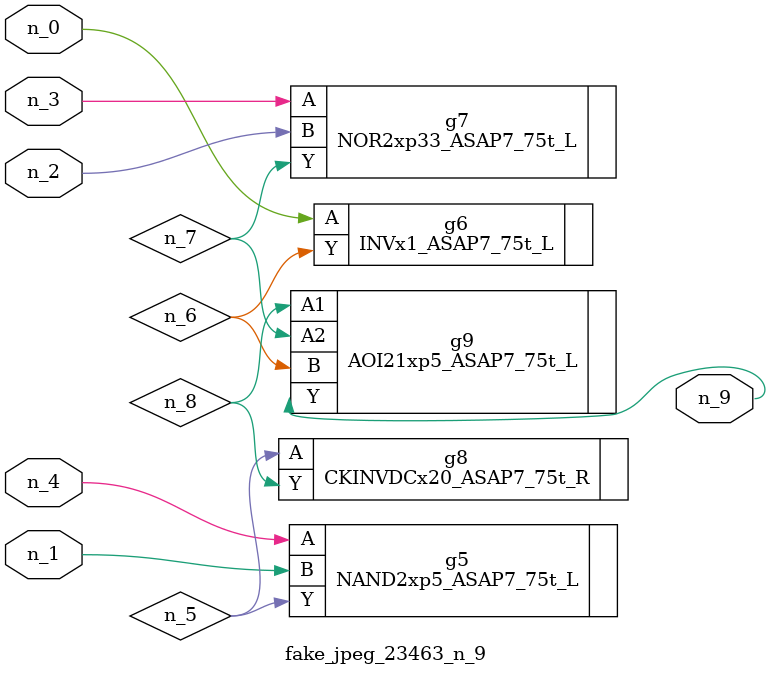
<source format=v>
module fake_jpeg_23463_n_9 (n_3, n_2, n_1, n_0, n_4, n_9);

input n_3;
input n_2;
input n_1;
input n_0;
input n_4;

output n_9;

wire n_8;
wire n_6;
wire n_5;
wire n_7;

NAND2xp5_ASAP7_75t_L g5 ( 
.A(n_4),
.B(n_1),
.Y(n_5)
);

INVx1_ASAP7_75t_L g6 ( 
.A(n_0),
.Y(n_6)
);

NOR2xp33_ASAP7_75t_L g7 ( 
.A(n_3),
.B(n_2),
.Y(n_7)
);

CKINVDCx20_ASAP7_75t_R g8 ( 
.A(n_5),
.Y(n_8)
);

AOI21xp5_ASAP7_75t_L g9 ( 
.A1(n_8),
.A2(n_7),
.B(n_6),
.Y(n_9)
);


endmodule
</source>
